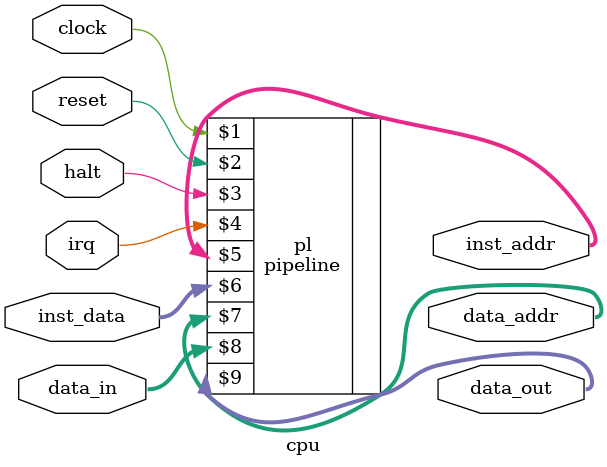
<source format=v>
`include "pipeline.v"
module cpu(
    input clock,
    input reset,
    input halt,
    input irq,

    output [31:0] inst_addr,
    input [31:0] inst_data,

    output [31:0] data_addr,
    input [31:0] data_in,
    output [31:0] data_out
);
    initial $display("Testing pipeline.");
    pipeline pl (
        clock,
        reset,
        halt,
        irq,
        inst_addr,
        inst_data,
        data_addr,
        data_in,
        data_out
    );
endmodule

</source>
